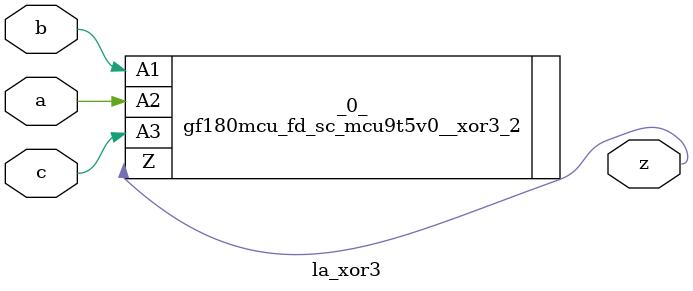
<source format=v>
/* Generated by Yosys 0.37 (git sha1 a5c7f69ed, clang 14.0.0-1ubuntu1.1 -fPIC -Os) */

module la_xor3(a, b, c, z);
  input a;
  wire a;
  input b;
  wire b;
  input c;
  wire c;
  output z;
  wire z;
  gf180mcu_fd_sc_mcu9t5v0__xor3_2 _0_ (
    .A1(b),
    .A2(a),
    .A3(c),
    .Z(z)
  );
endmodule

</source>
